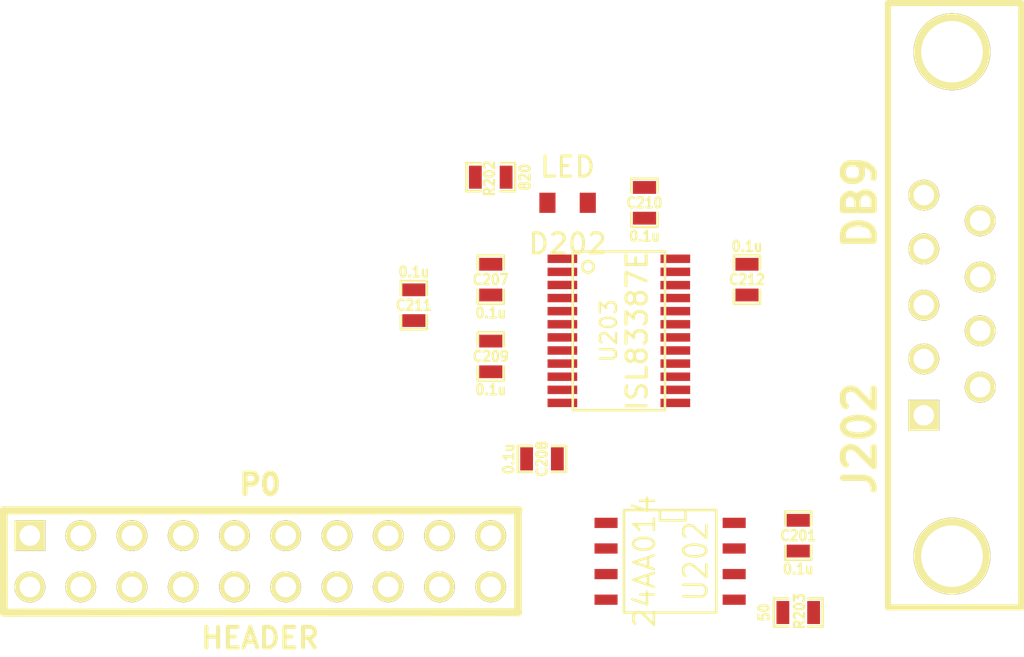
<source format=kicad_pcb>
(kicad_pcb (version 3) (host pcbnew "(2013-07-07 BZR 4022)-stable")

  (general
    (links 45)
    (no_connects 45)
    (area 0 0 0 0)
    (thickness 1.6)
    (drawings 0)
    (tracks 0)
    (zones 0)
    (modules 14)
    (nets 31)
  )

  (page A3)
  (layers
    (15 F.Cu signal)
    (0 B.Cu signal)
    (16 B.Adhes user)
    (17 F.Adhes user)
    (18 B.Paste user)
    (19 F.Paste user)
    (20 B.SilkS user)
    (21 F.SilkS user)
    (22 B.Mask user)
    (23 F.Mask user)
    (24 Dwgs.User user)
    (25 Cmts.User user)
    (26 Eco1.User user)
    (27 Eco2.User user)
    (28 Edge.Cuts user)
  )

  (setup
    (last_trace_width 0.254)
    (trace_clearance 0.254)
    (zone_clearance 0.508)
    (zone_45_only no)
    (trace_min 0.254)
    (segment_width 0.2)
    (edge_width 0.1)
    (via_size 0.889)
    (via_drill 0.635)
    (via_min_size 0.889)
    (via_min_drill 0.508)
    (uvia_size 0.508)
    (uvia_drill 0.127)
    (uvias_allowed no)
    (uvia_min_size 0.508)
    (uvia_min_drill 0.127)
    (pcb_text_width 0.3)
    (pcb_text_size 1.5 1.5)
    (mod_edge_width 0.15)
    (mod_text_size 1 1)
    (mod_text_width 0.15)
    (pad_size 1.5 1.5)
    (pad_drill 0.6)
    (pad_to_mask_clearance 0)
    (aux_axis_origin 0 0)
    (visible_elements FFFFFFBF)
    (pcbplotparams
      (layerselection 3178497)
      (usegerberextensions true)
      (excludeedgelayer true)
      (linewidth 0.150000)
      (plotframeref false)
      (viasonmask false)
      (mode 1)
      (useauxorigin false)
      (hpglpennumber 1)
      (hpglpenspeed 20)
      (hpglpendiameter 15)
      (hpglpenoverlay 2)
      (psnegative false)
      (psa4output false)
      (plotreference true)
      (plotvalue true)
      (plotothertext true)
      (plotinvisibletext false)
      (padsonsilk false)
      (subtractmaskfromsilk false)
      (outputformat 1)
      (mirror false)
      (drillshape 1)
      (scaleselection 1)
      (outputdirectory ""))
  )

  (net 0 "")
  (net 1 "/RS232C standalone/A0")
  (net 2 "/RS232C standalone/A1")
  (net 3 "/RS232C standalone/A2")
  (net 4 "/RS232C standalone/CTS_ISO")
  (net 5 "/RS232C standalone/C_CTS")
  (net 6 "/RS232C standalone/C_DSR")
  (net 7 "/RS232C standalone/C_DTR")
  (net 8 "/RS232C standalone/C_RTS")
  (net 9 "/RS232C standalone/C_RX")
  (net 10 "/RS232C standalone/C_TX")
  (net 11 "/RS232C standalone/DSR_ISO")
  (net 12 "/RS232C standalone/DTR_ISO")
  (net 13 "/RS232C standalone/GND")
  (net 14 "/RS232C standalone/GND_ISO")
  (net 15 "/RS232C standalone/RTS_ISO")
  (net 16 "/RS232C standalone/RX_ISO")
  (net 17 "/RS232C standalone/SCL")
  (net 18 "/RS232C standalone/SDA")
  (net 19 "/RS232C standalone/TX_ISO")
  (net 20 "/RS232C standalone/VCC_3V3")
  (net 21 "/RS232C standalone/VCC_5V_ISO")
  (net 22 N-0000020)
  (net 23 N-0000021)
  (net 24 N-0000022)
  (net 25 N-0000023)
  (net 26 N-0000024)
  (net 27 N-0000025)
  (net 28 N-0000026)
  (net 29 N-0000027)
  (net 30 N-0000028)

  (net_class Default "This is the default net class."
    (clearance 0.254)
    (trace_width 0.254)
    (via_dia 0.889)
    (via_drill 0.635)
    (uvia_dia 0.508)
    (uvia_drill 0.127)
    (add_net "")
    (add_net "/RS232C standalone/A0")
    (add_net "/RS232C standalone/A1")
    (add_net "/RS232C standalone/A2")
    (add_net "/RS232C standalone/CTS_ISO")
    (add_net "/RS232C standalone/C_CTS")
    (add_net "/RS232C standalone/C_DSR")
    (add_net "/RS232C standalone/C_DTR")
    (add_net "/RS232C standalone/C_RTS")
    (add_net "/RS232C standalone/C_RX")
    (add_net "/RS232C standalone/C_TX")
    (add_net "/RS232C standalone/DSR_ISO")
    (add_net "/RS232C standalone/DTR_ISO")
    (add_net "/RS232C standalone/GND")
    (add_net "/RS232C standalone/GND_ISO")
    (add_net "/RS232C standalone/RTS_ISO")
    (add_net "/RS232C standalone/RX_ISO")
    (add_net "/RS232C standalone/SCL")
    (add_net "/RS232C standalone/SDA")
    (add_net "/RS232C standalone/TX_ISO")
    (add_net "/RS232C standalone/VCC_3V3")
    (add_net "/RS232C standalone/VCC_5V_ISO")
    (add_net N-0000020)
    (add_net N-0000021)
    (add_net N-0000022)
    (add_net N-0000023)
    (add_net N-0000024)
    (add_net N-0000025)
    (add_net N-0000026)
    (add_net N-0000027)
    (add_net N-0000028)
  )

  (module Vishay_SMD_MiniLED (layer F.Cu) (tedit 53B4DF2C) (tstamp 53B580F1)
    (at 71.12 38.1)
    (path /53AB69CE/53ABCB34)
    (fp_text reference D202 (at 0 2.032) (layer F.SilkS)
      (effects (font (size 1 1) (thickness 0.15)))
    )
    (fp_text value LED (at 0 -1.778) (layer F.SilkS)
      (effects (font (size 1 1) (thickness 0.15)))
    )
    (pad 1 smd rect (at -1 0) (size 0.8 1)
      (layers F.Cu F.Paste F.Mask)
      (net 25 N-0000023)
    )
    (pad 2 smd rect (at 1 0) (size 0.8 1)
      (layers F.Cu F.Paste F.Mask)
      (net 14 "/RS232C standalone/GND_ISO")
    )
  )

  (module tssop-24 (layer F.Cu) (tedit 50BDFAA3) (tstamp 53B58112)
    (at 73.66 44.45 270)
    (descr TSSOP-24)
    (path /53AB69CE/53ABBB03)
    (attr smd)
    (fp_text reference U203 (at 0 0.508 270) (layer F.SilkS)
      (effects (font (size 0.8001 0.8001) (thickness 0.11938)))
    )
    (fp_text value ISL83387E (at 0 -0.89916 270) (layer F.SilkS)
      (effects (font (size 1.00076 1.00076) (thickness 0.14986)))
    )
    (fp_line (start 3.937 -2.286) (end -3.937 -2.286) (layer F.SilkS) (width 0.127))
    (fp_line (start -3.937 -2.286) (end -3.937 2.286) (layer F.SilkS) (width 0.127))
    (fp_line (start -3.937 2.286) (end 3.937 2.286) (layer F.SilkS) (width 0.127))
    (fp_line (start 3.937 2.286) (end 3.937 -2.286) (layer F.SilkS) (width 0.127))
    (fp_circle (center -3.175 1.524) (end -3.302 1.778) (layer F.SilkS) (width 0.127))
    (pad 6 smd rect (at -0.32512 2.79908 270) (size 0.4191 1.47066)
      (layers F.Cu F.Paste F.Mask)
      (net 29 N-0000027)
    )
    (pad 7 smd rect (at 0.32512 2.79908 270) (size 0.4191 1.47066)
      (layers F.Cu F.Paste F.Mask)
      (net 19 "/RS232C standalone/TX_ISO")
    )
    (pad 8 smd rect (at 0.97536 2.79908 270) (size 0.4191 1.47066)
      (layers F.Cu F.Paste F.Mask)
      (net 15 "/RS232C standalone/RTS_ISO")
    )
    (pad 9 smd rect (at 1.6256 2.79908 270) (size 0.4191 1.47066)
      (layers F.Cu F.Paste F.Mask)
      (net 27 N-0000025)
    )
    (pad 22 smd rect (at -2.26568 -2.794 270) (size 0.4191 1.47066)
      (layers F.Cu F.Paste F.Mask)
      (net 14 "/RS232C standalone/GND_ISO")
    )
    (pad 3 smd rect (at -2.27584 2.79908 270) (size 0.4191 1.47066)
      (layers F.Cu F.Paste F.Mask)
      (net 23 N-0000021)
    )
    (pad 4 smd rect (at -1.6256 2.79908 270) (size 0.4191 1.47066)
      (layers F.Cu F.Paste F.Mask)
      (net 24 N-0000022)
    )
    (pad 5 smd rect (at -0.97536 2.79908 270) (size 0.4191 1.47066)
      (layers F.Cu F.Paste F.Mask)
      (net 26 N-0000024)
    )
    (pad 15 smd rect (at 2.27584 -2.79908 270) (size 0.4191 1.47066)
      (layers F.Cu F.Paste F.Mask)
      (net 21 "/RS232C standalone/VCC_5V_ISO")
    )
    (pad 16 smd rect (at 1.6256 -2.79908 270) (size 0.4191 1.47066)
      (layers F.Cu F.Paste F.Mask)
      (net 6 "/RS232C standalone/C_DSR")
    )
    (pad 17 smd rect (at 0.97536 -2.79908 270) (size 0.4191 1.47066)
      (layers F.Cu F.Paste F.Mask)
      (net 5 "/RS232C standalone/C_CTS")
    )
    (pad 18 smd rect (at 0.32512 -2.79908 270) (size 0.4191 1.47066)
      (layers F.Cu F.Paste F.Mask)
      (net 9 "/RS232C standalone/C_RX")
    )
    (pad 19 smd rect (at -0.32512 -2.79908 270) (size 0.4191 1.47066)
      (layers F.Cu F.Paste F.Mask)
      (net 7 "/RS232C standalone/C_DTR")
    )
    (pad 20 smd rect (at -0.97536 -2.79908 270) (size 0.4191 1.47066)
      (layers F.Cu F.Paste F.Mask)
      (net 8 "/RS232C standalone/C_RTS")
    )
    (pad 10 smd rect (at 2.27584 2.79908 270) (size 0.4191 1.47066)
      (layers F.Cu F.Paste F.Mask)
      (net 12 "/RS232C standalone/DTR_ISO")
    )
    (pad 21 smd rect (at -1.6256 -2.794 270) (size 0.4191 1.47066)
      (layers F.Cu F.Paste F.Mask)
      (net 10 "/RS232C standalone/C_TX")
    )
    (pad 2 smd rect (at -2.92608 2.79908 270) (size 0.4191 1.47066)
      (layers F.Cu F.Paste F.Mask)
      (net 28 N-0000026)
    )
    (pad 11 smd rect (at 2.92608 2.79908 270) (size 0.4191 1.47066)
      (layers F.Cu F.Paste F.Mask)
      (net 14 "/RS232C standalone/GND_ISO")
    )
    (pad 14 smd rect (at 2.92608 -2.79908 270) (size 0.4191 1.47066)
      (layers F.Cu F.Paste F.Mask)
      (net 16 "/RS232C standalone/RX_ISO")
    )
    (pad 23 smd rect (at -2.92608 -2.79908 270) (size 0.4191 1.47066)
      (layers F.Cu F.Paste F.Mask)
      (net 21 "/RS232C standalone/VCC_5V_ISO")
    )
    (pad 1 smd rect (at -3.57378 2.79908 270) (size 0.4191 1.47066)
      (layers F.Cu F.Paste F.Mask)
      (net 22 N-0000020)
    )
    (pad 12 smd rect (at 3.57378 2.79908 270) (size 0.4191 1.47066)
      (layers F.Cu F.Paste F.Mask)
      (net 11 "/RS232C standalone/DSR_ISO")
    )
    (pad 13 smd rect (at 3.57378 -2.79908 270) (size 0.4191 1.47066)
      (layers F.Cu F.Paste F.Mask)
      (net 4 "/RS232C standalone/CTS_ISO")
    )
    (pad 24 smd rect (at -3.57378 -2.79908 270) (size 0.4191 1.47066)
      (layers F.Cu F.Paste F.Mask)
      (net 21 "/RS232C standalone/VCC_5V_ISO")
    )
    (model smd/smd_dil/tssop-24.wrl
      (at (xyz 0 0 0))
      (scale (xyz 1 1 1))
      (rotate (xyz 0 0 0))
    )
  )

  (module SO8N (layer F.Cu) (tedit 45127296) (tstamp 53B58125)
    (at 76.2 55.88 270)
    (descr "Module CMS SOJ 8 pins large")
    (tags "CMS SOJ")
    (path /53AB69CE/53ABBAB7)
    (attr smd)
    (fp_text reference U202 (at 0 -1.27 270) (layer F.SilkS)
      (effects (font (size 1.143 1.016) (thickness 0.127)))
    )
    (fp_text value 24AA014 (at 0 1.27 270) (layer F.SilkS)
      (effects (font (size 1.016 1.016) (thickness 0.127)))
    )
    (fp_line (start -2.54 -2.286) (end 2.54 -2.286) (layer F.SilkS) (width 0.127))
    (fp_line (start 2.54 -2.286) (end 2.54 2.286) (layer F.SilkS) (width 0.127))
    (fp_line (start 2.54 2.286) (end -2.54 2.286) (layer F.SilkS) (width 0.127))
    (fp_line (start -2.54 2.286) (end -2.54 -2.286) (layer F.SilkS) (width 0.127))
    (fp_line (start -2.54 -0.762) (end -2.032 -0.762) (layer F.SilkS) (width 0.127))
    (fp_line (start -2.032 -0.762) (end -2.032 0.508) (layer F.SilkS) (width 0.127))
    (fp_line (start -2.032 0.508) (end -2.54 0.508) (layer F.SilkS) (width 0.127))
    (pad 8 smd rect (at -1.905 -3.175 270) (size 0.508 1.143)
      (layers F.Cu F.Paste F.Mask)
      (net 30 N-0000028)
    )
    (pad 7 smd rect (at -0.635 -3.175 270) (size 0.508 1.143)
      (layers F.Cu F.Paste F.Mask)
      (net 13 "/RS232C standalone/GND")
    )
    (pad 6 smd rect (at 0.635 -3.175 270) (size 0.508 1.143)
      (layers F.Cu F.Paste F.Mask)
      (net 17 "/RS232C standalone/SCL")
    )
    (pad 5 smd rect (at 1.905 -3.175 270) (size 0.508 1.143)
      (layers F.Cu F.Paste F.Mask)
      (net 18 "/RS232C standalone/SDA")
    )
    (pad 4 smd rect (at 1.905 3.175 270) (size 0.508 1.143)
      (layers F.Cu F.Paste F.Mask)
      (net 13 "/RS232C standalone/GND")
    )
    (pad 3 smd rect (at 0.635 3.175 270) (size 0.508 1.143)
      (layers F.Cu F.Paste F.Mask)
      (net 3 "/RS232C standalone/A2")
    )
    (pad 2 smd rect (at -0.635 3.175 270) (size 0.508 1.143)
      (layers F.Cu F.Paste F.Mask)
      (net 2 "/RS232C standalone/A1")
    )
    (pad 1 smd rect (at -1.905 3.175 270) (size 0.508 1.143)
      (layers F.Cu F.Paste F.Mask)
      (net 1 "/RS232C standalone/A0")
    )
    (model smd/cms_so8.wrl
      (at (xyz 0 0 0))
      (scale (xyz 0.5 0.38 0.5))
      (rotate (xyz 0 0 0))
    )
  )

  (module SM0603_Resistor (layer F.Cu) (tedit 5051B21B) (tstamp 53B58131)
    (at 67.31 36.83 180)
    (path /53AB69CE/53ABCB43)
    (attr smd)
    (fp_text reference R202 (at 0.0635 -0.0635 270) (layer F.SilkS)
      (effects (font (size 0.50038 0.4572) (thickness 0.1143)))
    )
    (fp_text value 820 (at -1.69926 0 270) (layer F.SilkS)
      (effects (font (size 0.508 0.4572) (thickness 0.1143)))
    )
    (fp_line (start -0.50038 -0.6985) (end -1.2065 -0.6985) (layer F.SilkS) (width 0.127))
    (fp_line (start -1.2065 -0.6985) (end -1.2065 0.6985) (layer F.SilkS) (width 0.127))
    (fp_line (start -1.2065 0.6985) (end -0.50038 0.6985) (layer F.SilkS) (width 0.127))
    (fp_line (start 1.2065 -0.6985) (end 0.50038 -0.6985) (layer F.SilkS) (width 0.127))
    (fp_line (start 1.2065 -0.6985) (end 1.2065 0.6985) (layer F.SilkS) (width 0.127))
    (fp_line (start 1.2065 0.6985) (end 0.50038 0.6985) (layer F.SilkS) (width 0.127))
    (pad 1 smd rect (at -0.762 0 180) (size 0.635 1.143)
      (layers F.Cu F.Paste F.Mask)
      (net 25 N-0000023)
    )
    (pad 2 smd rect (at 0.762 0 180) (size 0.635 1.143)
      (layers F.Cu F.Paste F.Mask)
      (net 27 N-0000025)
    )
    (model smd\resistors\R0603.wrl
      (at (xyz 0 0 0.001))
      (scale (xyz 0.5 0.5 0.5))
      (rotate (xyz 0 0 0))
    )
  )

  (module SM0603_Resistor (layer F.Cu) (tedit 5051B21B) (tstamp 53B5813D)
    (at 82.55 58.42)
    (path /53AB69CE/53ABAC25)
    (attr smd)
    (fp_text reference R203 (at 0.0635 -0.0635 90) (layer F.SilkS)
      (effects (font (size 0.50038 0.4572) (thickness 0.1143)))
    )
    (fp_text value 50 (at -1.69926 0 90) (layer F.SilkS)
      (effects (font (size 0.508 0.4572) (thickness 0.1143)))
    )
    (fp_line (start -0.50038 -0.6985) (end -1.2065 -0.6985) (layer F.SilkS) (width 0.127))
    (fp_line (start -1.2065 -0.6985) (end -1.2065 0.6985) (layer F.SilkS) (width 0.127))
    (fp_line (start -1.2065 0.6985) (end -0.50038 0.6985) (layer F.SilkS) (width 0.127))
    (fp_line (start 1.2065 -0.6985) (end 0.50038 -0.6985) (layer F.SilkS) (width 0.127))
    (fp_line (start 1.2065 -0.6985) (end 1.2065 0.6985) (layer F.SilkS) (width 0.127))
    (fp_line (start 1.2065 0.6985) (end 0.50038 0.6985) (layer F.SilkS) (width 0.127))
    (pad 1 smd rect (at -0.762 0) (size 0.635 1.143)
      (layers F.Cu F.Paste F.Mask)
      (net 20 "/RS232C standalone/VCC_3V3")
    )
    (pad 2 smd rect (at 0.762 0) (size 0.635 1.143)
      (layers F.Cu F.Paste F.Mask)
      (net 30 N-0000028)
    )
    (model smd\resistors\R0603.wrl
      (at (xyz 0 0 0.001))
      (scale (xyz 0.5 0.5 0.5))
      (rotate (xyz 0 0 0))
    )
  )

  (module SM0603_Capa (layer F.Cu) (tedit 5051B1EC) (tstamp 53B58149)
    (at 80.01 41.91 270)
    (path /53AB69CE/53ABC31D)
    (attr smd)
    (fp_text reference C212 (at 0 0 360) (layer F.SilkS)
      (effects (font (size 0.508 0.4572) (thickness 0.1143)))
    )
    (fp_text value 0.1u (at -1.651 0 360) (layer F.SilkS)
      (effects (font (size 0.508 0.4572) (thickness 0.1143)))
    )
    (fp_line (start 0.50038 0.65024) (end 1.19888 0.65024) (layer F.SilkS) (width 0.11938))
    (fp_line (start -0.50038 0.65024) (end -1.19888 0.65024) (layer F.SilkS) (width 0.11938))
    (fp_line (start 0.50038 -0.65024) (end 1.19888 -0.65024) (layer F.SilkS) (width 0.11938))
    (fp_line (start -1.19888 -0.65024) (end -0.50038 -0.65024) (layer F.SilkS) (width 0.11938))
    (fp_line (start 1.19888 -0.635) (end 1.19888 0.635) (layer F.SilkS) (width 0.11938))
    (fp_line (start -1.19888 0.635) (end -1.19888 -0.635) (layer F.SilkS) (width 0.11938))
    (pad 1 smd rect (at -0.762 0 270) (size 0.635 1.143)
      (layers F.Cu F.Paste F.Mask)
      (net 21 "/RS232C standalone/VCC_5V_ISO")
    )
    (pad 2 smd rect (at 0.762 0 270) (size 0.635 1.143)
      (layers F.Cu F.Paste F.Mask)
      (net 14 "/RS232C standalone/GND_ISO")
    )
    (model smd\capacitors\C0603.wrl
      (at (xyz 0 0 0.001))
      (scale (xyz 0.5 0.5 0.5))
      (rotate (xyz 0 0 0))
    )
  )

  (module SM0603_Capa (layer F.Cu) (tedit 5051B1EC) (tstamp 53B58155)
    (at 63.5 43.18 270)
    (path /53AB69CE/53ABC32C)
    (attr smd)
    (fp_text reference C211 (at 0 0 360) (layer F.SilkS)
      (effects (font (size 0.508 0.4572) (thickness 0.1143)))
    )
    (fp_text value 0.1u (at -1.651 0 360) (layer F.SilkS)
      (effects (font (size 0.508 0.4572) (thickness 0.1143)))
    )
    (fp_line (start 0.50038 0.65024) (end 1.19888 0.65024) (layer F.SilkS) (width 0.11938))
    (fp_line (start -0.50038 0.65024) (end -1.19888 0.65024) (layer F.SilkS) (width 0.11938))
    (fp_line (start 0.50038 -0.65024) (end 1.19888 -0.65024) (layer F.SilkS) (width 0.11938))
    (fp_line (start -1.19888 -0.65024) (end -0.50038 -0.65024) (layer F.SilkS) (width 0.11938))
    (fp_line (start 1.19888 -0.635) (end 1.19888 0.635) (layer F.SilkS) (width 0.11938))
    (fp_line (start -1.19888 0.635) (end -1.19888 -0.635) (layer F.SilkS) (width 0.11938))
    (pad 1 smd rect (at -0.762 0 270) (size 0.635 1.143)
      (layers F.Cu F.Paste F.Mask)
      (net 21 "/RS232C standalone/VCC_5V_ISO")
    )
    (pad 2 smd rect (at 0.762 0 270) (size 0.635 1.143)
      (layers F.Cu F.Paste F.Mask)
      (net 14 "/RS232C standalone/GND_ISO")
    )
    (model smd\capacitors\C0603.wrl
      (at (xyz 0 0 0.001))
      (scale (xyz 0.5 0.5 0.5))
      (rotate (xyz 0 0 0))
    )
  )

  (module SM0603_Capa (layer F.Cu) (tedit 5051B1EC) (tstamp 53B58161)
    (at 74.93 38.1 90)
    (path /53AB69CE/53ABC33B)
    (attr smd)
    (fp_text reference C210 (at 0 0 180) (layer F.SilkS)
      (effects (font (size 0.508 0.4572) (thickness 0.1143)))
    )
    (fp_text value 0.1u (at -1.651 0 180) (layer F.SilkS)
      (effects (font (size 0.508 0.4572) (thickness 0.1143)))
    )
    (fp_line (start 0.50038 0.65024) (end 1.19888 0.65024) (layer F.SilkS) (width 0.11938))
    (fp_line (start -0.50038 0.65024) (end -1.19888 0.65024) (layer F.SilkS) (width 0.11938))
    (fp_line (start 0.50038 -0.65024) (end 1.19888 -0.65024) (layer F.SilkS) (width 0.11938))
    (fp_line (start -1.19888 -0.65024) (end -0.50038 -0.65024) (layer F.SilkS) (width 0.11938))
    (fp_line (start 1.19888 -0.635) (end 1.19888 0.635) (layer F.SilkS) (width 0.11938))
    (fp_line (start -1.19888 0.635) (end -1.19888 -0.635) (layer F.SilkS) (width 0.11938))
    (pad 1 smd rect (at -0.762 0 90) (size 0.635 1.143)
      (layers F.Cu F.Paste F.Mask)
      (net 28 N-0000026)
    )
    (pad 2 smd rect (at 0.762 0 90) (size 0.635 1.143)
      (layers F.Cu F.Paste F.Mask)
      (net 14 "/RS232C standalone/GND_ISO")
    )
    (model smd\capacitors\C0603.wrl
      (at (xyz 0 0 0.001))
      (scale (xyz 0.5 0.5 0.5))
      (rotate (xyz 0 0 0))
    )
  )

  (module SM0603_Capa (layer F.Cu) (tedit 5051B1EC) (tstamp 53B5816D)
    (at 67.31 45.72 90)
    (path /53AB69CE/53ABC34A)
    (attr smd)
    (fp_text reference C209 (at 0 0 180) (layer F.SilkS)
      (effects (font (size 0.508 0.4572) (thickness 0.1143)))
    )
    (fp_text value 0.1u (at -1.651 0 180) (layer F.SilkS)
      (effects (font (size 0.508 0.4572) (thickness 0.1143)))
    )
    (fp_line (start 0.50038 0.65024) (end 1.19888 0.65024) (layer F.SilkS) (width 0.11938))
    (fp_line (start -0.50038 0.65024) (end -1.19888 0.65024) (layer F.SilkS) (width 0.11938))
    (fp_line (start 0.50038 -0.65024) (end 1.19888 -0.65024) (layer F.SilkS) (width 0.11938))
    (fp_line (start -1.19888 -0.65024) (end -0.50038 -0.65024) (layer F.SilkS) (width 0.11938))
    (fp_line (start 1.19888 -0.635) (end 1.19888 0.635) (layer F.SilkS) (width 0.11938))
    (fp_line (start -1.19888 0.635) (end -1.19888 -0.635) (layer F.SilkS) (width 0.11938))
    (pad 1 smd rect (at -0.762 0 90) (size 0.635 1.143)
      (layers F.Cu F.Paste F.Mask)
      (net 29 N-0000027)
    )
    (pad 2 smd rect (at 0.762 0 90) (size 0.635 1.143)
      (layers F.Cu F.Paste F.Mask)
      (net 14 "/RS232C standalone/GND_ISO")
    )
    (model smd\capacitors\C0603.wrl
      (at (xyz 0 0 0.001))
      (scale (xyz 0.5 0.5 0.5))
      (rotate (xyz 0 0 0))
    )
  )

  (module SM0603_Capa (layer F.Cu) (tedit 5051B1EC) (tstamp 53B58179)
    (at 67.31 41.91 90)
    (path /53AB69CE/53ABC393)
    (attr smd)
    (fp_text reference C207 (at 0 0 180) (layer F.SilkS)
      (effects (font (size 0.508 0.4572) (thickness 0.1143)))
    )
    (fp_text value 0.1u (at -1.651 0 180) (layer F.SilkS)
      (effects (font (size 0.508 0.4572) (thickness 0.1143)))
    )
    (fp_line (start 0.50038 0.65024) (end 1.19888 0.65024) (layer F.SilkS) (width 0.11938))
    (fp_line (start -0.50038 0.65024) (end -1.19888 0.65024) (layer F.SilkS) (width 0.11938))
    (fp_line (start 0.50038 -0.65024) (end 1.19888 -0.65024) (layer F.SilkS) (width 0.11938))
    (fp_line (start -1.19888 -0.65024) (end -0.50038 -0.65024) (layer F.SilkS) (width 0.11938))
    (fp_line (start 1.19888 -0.635) (end 1.19888 0.635) (layer F.SilkS) (width 0.11938))
    (fp_line (start -1.19888 0.635) (end -1.19888 -0.635) (layer F.SilkS) (width 0.11938))
    (pad 1 smd rect (at -0.762 0 90) (size 0.635 1.143)
      (layers F.Cu F.Paste F.Mask)
      (net 22 N-0000020)
    )
    (pad 2 smd rect (at 0.762 0 90) (size 0.635 1.143)
      (layers F.Cu F.Paste F.Mask)
      (net 23 N-0000021)
    )
    (model smd\capacitors\C0603.wrl
      (at (xyz 0 0 0.001))
      (scale (xyz 0.5 0.5 0.5))
      (rotate (xyz 0 0 0))
    )
  )

  (module SM0603_Capa (layer F.Cu) (tedit 5051B1EC) (tstamp 53B58185)
    (at 69.85 50.8)
    (path /53AB69CE/53ABC399)
    (attr smd)
    (fp_text reference C208 (at 0 0 90) (layer F.SilkS)
      (effects (font (size 0.508 0.4572) (thickness 0.1143)))
    )
    (fp_text value 0.1u (at -1.651 0 90) (layer F.SilkS)
      (effects (font (size 0.508 0.4572) (thickness 0.1143)))
    )
    (fp_line (start 0.50038 0.65024) (end 1.19888 0.65024) (layer F.SilkS) (width 0.11938))
    (fp_line (start -0.50038 0.65024) (end -1.19888 0.65024) (layer F.SilkS) (width 0.11938))
    (fp_line (start 0.50038 -0.65024) (end 1.19888 -0.65024) (layer F.SilkS) (width 0.11938))
    (fp_line (start -1.19888 -0.65024) (end -0.50038 -0.65024) (layer F.SilkS) (width 0.11938))
    (fp_line (start 1.19888 -0.635) (end 1.19888 0.635) (layer F.SilkS) (width 0.11938))
    (fp_line (start -1.19888 0.635) (end -1.19888 -0.635) (layer F.SilkS) (width 0.11938))
    (pad 1 smd rect (at -0.762 0) (size 0.635 1.143)
      (layers F.Cu F.Paste F.Mask)
      (net 24 N-0000022)
    )
    (pad 2 smd rect (at 0.762 0) (size 0.635 1.143)
      (layers F.Cu F.Paste F.Mask)
      (net 26 N-0000024)
    )
    (model smd\capacitors\C0603.wrl
      (at (xyz 0 0 0.001))
      (scale (xyz 0.5 0.5 0.5))
      (rotate (xyz 0 0 0))
    )
  )

  (module SM0603_Capa (layer F.Cu) (tedit 5051B1EC) (tstamp 53B58191)
    (at 82.55 54.61 90)
    (path /53AB69CE/53B5143E)
    (attr smd)
    (fp_text reference C201 (at 0 0 180) (layer F.SilkS)
      (effects (font (size 0.508 0.4572) (thickness 0.1143)))
    )
    (fp_text value 0.1u (at -1.651 0 180) (layer F.SilkS)
      (effects (font (size 0.508 0.4572) (thickness 0.1143)))
    )
    (fp_line (start 0.50038 0.65024) (end 1.19888 0.65024) (layer F.SilkS) (width 0.11938))
    (fp_line (start -0.50038 0.65024) (end -1.19888 0.65024) (layer F.SilkS) (width 0.11938))
    (fp_line (start 0.50038 -0.65024) (end 1.19888 -0.65024) (layer F.SilkS) (width 0.11938))
    (fp_line (start -1.19888 -0.65024) (end -0.50038 -0.65024) (layer F.SilkS) (width 0.11938))
    (fp_line (start 1.19888 -0.635) (end 1.19888 0.635) (layer F.SilkS) (width 0.11938))
    (fp_line (start -1.19888 0.635) (end -1.19888 -0.635) (layer F.SilkS) (width 0.11938))
    (pad 1 smd rect (at -0.762 0 90) (size 0.635 1.143)
      (layers F.Cu F.Paste F.Mask)
      (net 13 "/RS232C standalone/GND")
    )
    (pad 2 smd rect (at 0.762 0 90) (size 0.635 1.143)
      (layers F.Cu F.Paste F.Mask)
      (net 30 N-0000028)
    )
    (model smd\capacitors\C0603.wrl
      (at (xyz 0 0 0.001))
      (scale (xyz 0.5 0.5 0.5))
      (rotate (xyz 0 0 0))
    )
  )

  (module DB9MD (layer F.Cu) (tedit 3F966B0D) (tstamp 53B581C3)
    (at 90.17 43.18 90)
    (descr "Connecteur DB9 male droit")
    (tags "CONN DB9")
    (path /53AB69CE/53ABD89D)
    (fp_text reference J202 (at -6.604 -4.572 90) (layer F.SilkS)
      (effects (font (size 1.524 1.524) (thickness 0.3048)))
    )
    (fp_text value DB9 (at 5.08 -4.572 90) (layer F.SilkS)
      (effects (font (size 1.524 1.524) (thickness 0.3048)))
    )
    (fp_line (start -14.986 -3.175) (end -14.986 3.429) (layer F.SilkS) (width 0.3048))
    (fp_line (start -14.986 3.429) (end 14.986 3.429) (layer F.SilkS) (width 0.3048))
    (fp_line (start 14.986 3.429) (end 14.986 -3.175) (layer F.SilkS) (width 0.3048))
    (fp_line (start 14.986 -3.175) (end -14.986 -3.175) (layer F.SilkS) (width 0.3048))
    (pad 0 thru_hole circle (at -12.446 0 90) (size 3.81 3.81) (drill 3.048)
      (layers *.Cu *.Mask F.SilkS)
    )
    (pad 0 thru_hole circle (at 12.573 0 90) (size 3.81 3.81) (drill 3.048)
      (layers *.Cu *.Mask F.SilkS)
    )
    (pad 1 thru_hole rect (at -5.461 -1.397 90) (size 1.524 1.524) (drill 1.016)
      (layers *.Cu *.Mask F.SilkS)
    )
    (pad 2 thru_hole circle (at -2.667 -1.397 90) (size 1.524 1.524) (drill 1.016)
      (layers *.Cu *.Mask F.SilkS)
      (net 9 "/RS232C standalone/C_RX")
    )
    (pad 3 thru_hole circle (at 0 -1.397 90) (size 1.524 1.524) (drill 1.016)
      (layers *.Cu *.Mask F.SilkS)
      (net 10 "/RS232C standalone/C_TX")
    )
    (pad 4 thru_hole circle (at 2.794 -1.397 90) (size 1.524 1.524) (drill 1.016)
      (layers *.Cu *.Mask F.SilkS)
      (net 7 "/RS232C standalone/C_DTR")
    )
    (pad 5 thru_hole circle (at 5.461 -1.397 90) (size 1.524 1.524) (drill 1.016)
      (layers *.Cu *.Mask F.SilkS)
      (net 14 "/RS232C standalone/GND_ISO")
    )
    (pad 6 thru_hole circle (at -4.064 1.397 90) (size 1.524 1.524) (drill 1.016)
      (layers *.Cu *.Mask F.SilkS)
      (net 6 "/RS232C standalone/C_DSR")
    )
    (pad 7 thru_hole circle (at -1.27 1.397 90) (size 1.524 1.524) (drill 1.016)
      (layers *.Cu *.Mask F.SilkS)
      (net 8 "/RS232C standalone/C_RTS")
    )
    (pad 8 thru_hole circle (at 1.397 1.397 90) (size 1.524 1.524) (drill 1.016)
      (layers *.Cu *.Mask F.SilkS)
      (net 5 "/RS232C standalone/C_CTS")
    )
    (pad 9 thru_hole circle (at 4.191 1.397 90) (size 1.524 1.524) (drill 1.016)
      (layers *.Cu *.Mask F.SilkS)
    )
    (model conn_DBxx/db9_male.wrl
      (at (xyz 0 0 0))
      (scale (xyz 1 1 1))
      (rotate (xyz 0 0 0))
    )
  )

  (module pin_array_10x2 (layer F.Cu) (tedit 53B44F5B) (tstamp 53B581B0)
    (at 55.88 55.88)
    (descr "Double rangee de contacts 2 x 12 pins")
    (tags CONN)
    (path /53AB69C0)
    (fp_text reference P0 (at 0 -3.81) (layer F.SilkS)
      (effects (font (size 1.016 1.016) (thickness 0.254)))
    )
    (fp_text value HEADER (at 0 3.81) (layer F.SilkS)
      (effects (font (size 1.016 1.016) (thickness 0.2032)))
    )
    (fp_line (start -12.685 2.55) (end 12.79 2.525) (layer F.SilkS) (width 0.4))
    (fp_line (start -12.685 -2.525) (end 12.815 -2.525) (layer F.SilkS) (width 0.4))
    (fp_line (start -12.7 -2.54) (end -12.7 2.54) (layer F.SilkS) (width 0.381))
    (fp_line (start 12.78 2.54) (end 12.78 -2.54) (layer F.SilkS) (width 0.381))
    (pad 1 thru_hole rect (at -11.41 -1.275) (size 1.524 1.524) (drill 1.016)
      (layers *.Cu *.Mask F.SilkS)
      (net 4 "/RS232C standalone/CTS_ISO")
    )
    (pad 20 thru_hole circle (at -11.41 1.275) (size 1.524 1.524) (drill 1.016)
      (layers *.Cu *.Mask F.SilkS)
    )
    (pad 19 thru_hole circle (at -8.89 1.27) (size 1.524 1.524) (drill 1.016)
      (layers *.Cu *.Mask F.SilkS)
    )
    (pad 2 thru_hole circle (at -8.89 -1.27) (size 1.524 1.524) (drill 1.016)
      (layers *.Cu *.Mask F.SilkS)
      (net 19 "/RS232C standalone/TX_ISO")
    )
    (pad 18 thru_hole circle (at -6.35 1.27) (size 1.524 1.524) (drill 1.016)
      (layers *.Cu *.Mask F.SilkS)
      (net 11 "/RS232C standalone/DSR_ISO")
    )
    (pad 3 thru_hole circle (at -6.35 -1.27) (size 1.524 1.524) (drill 1.016)
      (layers *.Cu *.Mask F.SilkS)
      (net 16 "/RS232C standalone/RX_ISO")
    )
    (pad 17 thru_hole circle (at -3.81 1.27) (size 1.524 1.524) (drill 1.016)
      (layers *.Cu *.Mask F.SilkS)
      (net 12 "/RS232C standalone/DTR_ISO")
    )
    (pad 4 thru_hole circle (at -3.81 -1.27) (size 1.524 1.524) (drill 1.016)
      (layers *.Cu *.Mask F.SilkS)
      (net 15 "/RS232C standalone/RTS_ISO")
    )
    (pad 16 thru_hole circle (at -1.27 1.27) (size 1.524 1.524) (drill 1.016)
      (layers *.Cu *.Mask F.SilkS)
      (net 14 "/RS232C standalone/GND_ISO")
    )
    (pad 5 thru_hole circle (at -1.27 -1.27) (size 1.524 1.524) (drill 1.016)
      (layers *.Cu *.Mask F.SilkS)
      (net 14 "/RS232C standalone/GND_ISO")
    )
    (pad 15 thru_hole circle (at 1.27 1.27) (size 1.524 1.524) (drill 1.016)
      (layers *.Cu *.Mask F.SilkS)
    )
    (pad 6 thru_hole circle (at 1.27 -1.27) (size 1.524 1.524) (drill 1.016)
      (layers *.Cu *.Mask F.SilkS)
      (net 21 "/RS232C standalone/VCC_5V_ISO")
    )
    (pad 14 thru_hole circle (at 3.81 1.27) (size 1.524 1.524) (drill 1.016)
      (layers *.Cu *.Mask F.SilkS)
      (net 17 "/RS232C standalone/SCL")
    )
    (pad 7 thru_hole circle (at 3.81 -1.27) (size 1.524 1.524) (drill 1.016)
      (layers *.Cu *.Mask F.SilkS)
    )
    (pad 13 thru_hole circle (at 6.35 1.27) (size 1.524 1.524) (drill 1.016)
      (layers *.Cu *.Mask F.SilkS)
      (net 18 "/RS232C standalone/SDA")
    )
    (pad 8 thru_hole circle (at 6.35 -1.27) (size 1.524 1.524) (drill 1.016)
      (layers *.Cu *.Mask F.SilkS)
      (net 1 "/RS232C standalone/A0")
    )
    (pad 12 thru_hole circle (at 8.89 1.27) (size 1.524 1.524) (drill 1.016)
      (layers *.Cu *.Mask F.SilkS)
      (net 13 "/RS232C standalone/GND")
    )
    (pad 9 thru_hole circle (at 8.89 -1.27) (size 1.524 1.524) (drill 1.016)
      (layers *.Cu *.Mask F.SilkS)
      (net 2 "/RS232C standalone/A1")
    )
    (pad 11 thru_hole circle (at 11.43 1.27) (size 1.524 1.524) (drill 1.016)
      (layers *.Cu *.Mask F.SilkS)
      (net 20 "/RS232C standalone/VCC_3V3")
    )
    (pad 10 thru_hole circle (at 11.43 -1.27) (size 1.524 1.524) (drill 1.016)
      (layers *.Cu *.Mask F.SilkS)
      (net 3 "/RS232C standalone/A2")
    )
  )

)

</source>
